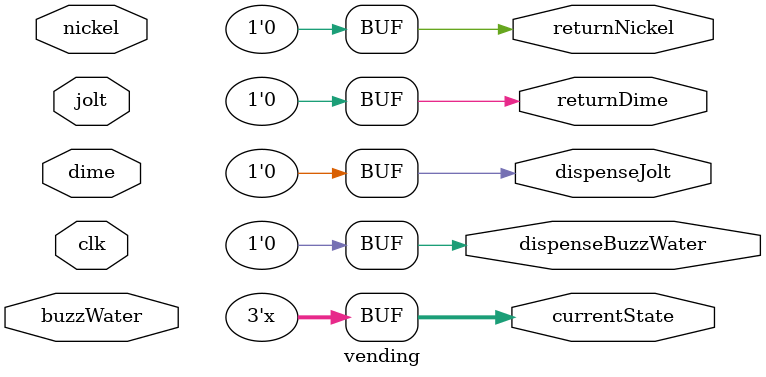
<source format=v>
`timescale 1ns / 1ns

module vending (
    input            clk,
    input            jolt,               // J/Z
    input            buzzWater,          // BW/Z
    input            nickel,             // N/Z
    input            dime,               // D/Z
    output reg       returnNickel,
    output reg       returnDime,
    output reg       dispenseJolt,
    output reg       dispenseBuzzWater,
    output reg [2:0] currentState
);
  parameter S0 = 3'b000, S1 = 3'b001, S2 = 3'b010, S3 = 3'b011, S4 = 3'b100;
  // S0 = $0; S1 = .05; S2 = .10; S3 = .15; S4 = .20

  initial currentState = S0;
  always @(*) begin
    returnNickel = 0;
    returnDime = 0;
    dispenseJolt = 0;
    dispenseBuzzWater = 0;

    case (currentState)
      S0: begin
        if (nickel) currentState = S1;
        else if (dime) currentState = S2;
        else currentState = S0;
      end
      S1: begin
        if (nickel) currentState = S2;
        else if (dime) currentState = S3;
        else currentState = S1;
      end
      S2: begin
        if (nickel) currentState = S3;
        else if (dime) currentState = S4;
        else currentState = S2;
      end
      S3: begin
        if (nickel) currentState = S4;
        else if (dime) begin
          returnNickel = 1;
          currentState = S4;
        end else currentState = S3;
      end
      S4: begin
        if (nickel) begin
          returnNickel = 1;
          currentState = S4;
        end else if (dime) begin
          returnDime   = 1;
          currentState = S4;
        end else if (jolt) begin
          dispenseJolt = 1;
          currentState = S0;
        end else if (buzzWater) begin
          dispenseBuzzWater = 1;
          currentState = S0;
        end else currentState = S4;
      end
    endcase
  end
endmodule

</source>
